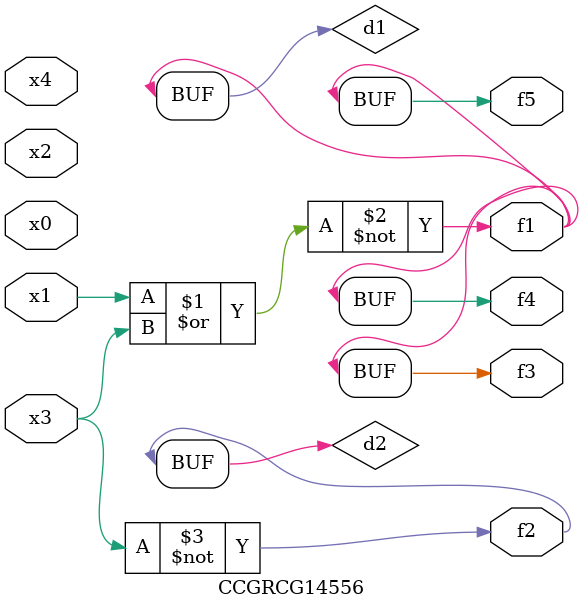
<source format=v>
module CCGRCG14556(
	input x0, x1, x2, x3, x4,
	output f1, f2, f3, f4, f5
);

	wire d1, d2;

	nor (d1, x1, x3);
	not (d2, x3);
	assign f1 = d1;
	assign f2 = d2;
	assign f3 = d1;
	assign f4 = d1;
	assign f5 = d1;
endmodule

</source>
